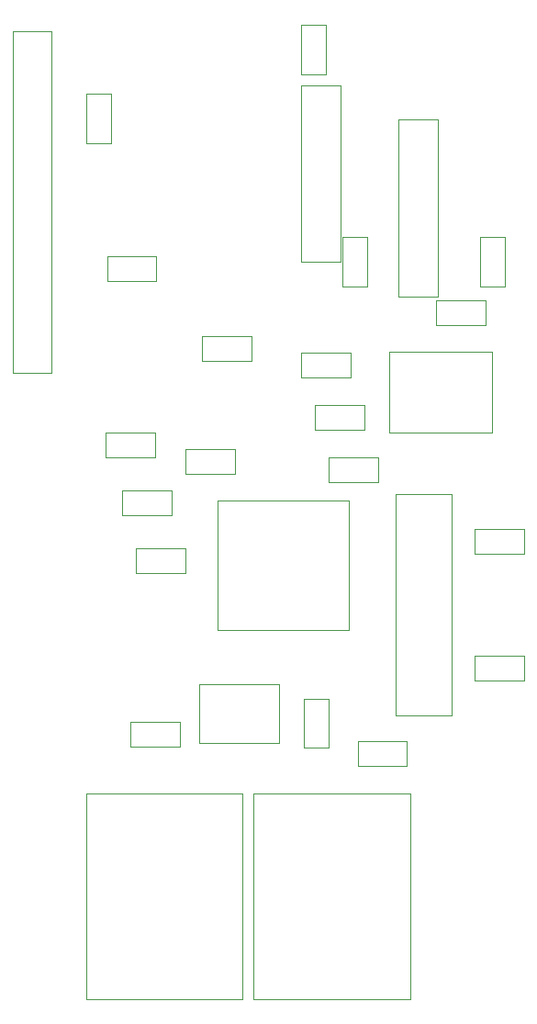
<source format=gbr>
G04 #@! TF.GenerationSoftware,KiCad,Pcbnew,(5.1.4)-1*
G04 #@! TF.CreationDate,2019-11-01T17:51:28+00:00*
G04 #@! TF.ProjectId,canbus_boiler_switch,63616e62-7573-45f6-926f-696c65725f73,rev?*
G04 #@! TF.SameCoordinates,Original*
G04 #@! TF.FileFunction,Other,User*
%FSLAX46Y46*%
G04 Gerber Fmt 4.6, Leading zero omitted, Abs format (unit mm)*
G04 Created by KiCad (PCBNEW (5.1.4)-1) date 2019-11-01 17:51:28*
%MOMM*%
%LPD*%
G04 APERTURE LIST*
%ADD10C,0.050000*%
G04 APERTURE END LIST*
D10*
X79650000Y-149500000D02*
X83250000Y-149500000D01*
X79650000Y-133200000D02*
X79650000Y-149500000D01*
X83250000Y-133200000D02*
X79650000Y-133200000D01*
X83250000Y-149500000D02*
X83250000Y-133200000D01*
X93532000Y-191302000D02*
X93532000Y-170902000D01*
X88332000Y-191302000D02*
X93532000Y-191302000D01*
X88332000Y-170902000D02*
X88332000Y-191302000D01*
X93532000Y-170902000D02*
X88332000Y-170902000D01*
X59780000Y-198484000D02*
X74200000Y-198484000D01*
X74200000Y-198484000D02*
X74200000Y-217484000D01*
X74200000Y-217484000D02*
X59780000Y-217484000D01*
X59780000Y-217484000D02*
X59780000Y-198484000D01*
X75250000Y-198484000D02*
X89670000Y-198484000D01*
X89670000Y-198484000D02*
X89670000Y-217484000D01*
X89670000Y-217484000D02*
X75250000Y-217484000D01*
X75250000Y-217484000D02*
X75250000Y-198484000D01*
X70214000Y-193835000D02*
X77614000Y-193835000D01*
X70214000Y-188435000D02*
X70214000Y-193835000D01*
X77614000Y-188435000D02*
X70214000Y-188435000D01*
X77614000Y-193835000D02*
X77614000Y-188435000D01*
X87758000Y-165008000D02*
X87758000Y-158008000D01*
X88008000Y-157758000D02*
X97008000Y-157758000D01*
X97258000Y-158008000D02*
X97258000Y-165008000D01*
X97008000Y-165258000D02*
X88008000Y-165258000D01*
X97258000Y-157758000D02*
X97008000Y-157758000D01*
X97258000Y-158008000D02*
X97258000Y-157758000D01*
X97258000Y-165258000D02*
X97008000Y-165258000D01*
X97258000Y-165008000D02*
X97258000Y-165258000D01*
X87758000Y-165258000D02*
X87758000Y-165008000D01*
X88008000Y-165258000D02*
X87758000Y-165258000D01*
X87758000Y-157758000D02*
X87758000Y-158008000D01*
X88008000Y-157758000D02*
X87758000Y-157758000D01*
X53064000Y-159748000D02*
X53064000Y-128248000D01*
X56614000Y-159748000D02*
X53064000Y-159748000D01*
X56614000Y-128248000D02*
X56614000Y-159748000D01*
X53064000Y-128248000D02*
X56614000Y-128248000D01*
X71958000Y-171538000D02*
X71958000Y-183398000D01*
X83998000Y-171538000D02*
X71958000Y-171538000D01*
X83998000Y-183398000D02*
X83998000Y-171538000D01*
X71958000Y-183398000D02*
X83998000Y-183398000D01*
X83462000Y-151756000D02*
X83462000Y-147196000D01*
X85702000Y-151756000D02*
X83462000Y-151756000D01*
X85702000Y-147196000D02*
X85702000Y-151756000D01*
X83462000Y-147196000D02*
X85702000Y-147196000D01*
X96162000Y-151756000D02*
X96162000Y-147196000D01*
X98402000Y-151756000D02*
X96162000Y-151756000D01*
X98402000Y-147196000D02*
X98402000Y-151756000D01*
X96162000Y-147196000D02*
X98402000Y-147196000D01*
X63884000Y-191920000D02*
X68444000Y-191920000D01*
X63884000Y-194160000D02*
X63884000Y-191920000D01*
X68444000Y-194160000D02*
X63884000Y-194160000D01*
X68444000Y-191920000D02*
X68444000Y-194160000D01*
X75048000Y-158600000D02*
X70488000Y-158600000D01*
X75048000Y-156360000D02*
X75048000Y-158600000D01*
X70488000Y-156360000D02*
X75048000Y-156360000D01*
X70488000Y-158600000D02*
X70488000Y-156360000D01*
X68952000Y-178158000D02*
X64392000Y-178158000D01*
X68952000Y-175918000D02*
X68952000Y-178158000D01*
X64392000Y-175918000D02*
X68952000Y-175918000D01*
X64392000Y-178158000D02*
X64392000Y-175918000D01*
X67682000Y-172824000D02*
X63122000Y-172824000D01*
X67682000Y-170584000D02*
X67682000Y-172824000D01*
X63122000Y-170584000D02*
X67682000Y-170584000D01*
X63122000Y-172824000D02*
X63122000Y-170584000D01*
X66158000Y-167490000D02*
X61598000Y-167490000D01*
X66158000Y-165250000D02*
X66158000Y-167490000D01*
X61598000Y-165250000D02*
X66158000Y-165250000D01*
X61598000Y-167490000D02*
X61598000Y-165250000D01*
X82172000Y-167536000D02*
X86732000Y-167536000D01*
X82172000Y-169776000D02*
X82172000Y-167536000D01*
X86732000Y-169776000D02*
X82172000Y-169776000D01*
X86732000Y-167536000D02*
X86732000Y-169776000D01*
X80908000Y-162710000D02*
X85468000Y-162710000D01*
X80908000Y-164950000D02*
X80908000Y-162710000D01*
X85468000Y-164950000D02*
X80908000Y-164950000D01*
X85468000Y-162710000D02*
X85468000Y-164950000D01*
X79638000Y-157884000D02*
X84198000Y-157884000D01*
X79638000Y-160124000D02*
X79638000Y-157884000D01*
X84198000Y-160124000D02*
X79638000Y-160124000D01*
X84198000Y-157884000D02*
X84198000Y-160124000D01*
X88624000Y-152676000D02*
X92224000Y-152676000D01*
X88624000Y-136376000D02*
X88624000Y-152676000D01*
X92224000Y-136376000D02*
X88624000Y-136376000D01*
X92224000Y-152676000D02*
X92224000Y-136376000D01*
X89402000Y-195938000D02*
X84842000Y-195938000D01*
X89402000Y-193698000D02*
X89402000Y-195938000D01*
X84842000Y-193698000D02*
X89402000Y-193698000D01*
X84842000Y-195938000D02*
X84842000Y-193698000D01*
X62080000Y-133988000D02*
X62080000Y-138548000D01*
X59840000Y-133988000D02*
X62080000Y-133988000D01*
X59840000Y-138548000D02*
X59840000Y-133988000D01*
X62080000Y-138548000D02*
X59840000Y-138548000D01*
X61728000Y-148994000D02*
X66288000Y-148994000D01*
X61728000Y-151234000D02*
X61728000Y-148994000D01*
X66288000Y-151234000D02*
X61728000Y-151234000D01*
X66288000Y-148994000D02*
X66288000Y-151234000D01*
X81892000Y-127638000D02*
X81892000Y-132198000D01*
X79652000Y-127638000D02*
X81892000Y-127638000D01*
X79652000Y-132198000D02*
X79652000Y-127638000D01*
X81892000Y-132198000D02*
X79652000Y-132198000D01*
X92078000Y-153058000D02*
X96638000Y-153058000D01*
X92078000Y-155298000D02*
X92078000Y-153058000D01*
X96638000Y-155298000D02*
X92078000Y-155298000D01*
X96638000Y-153058000D02*
X96638000Y-155298000D01*
X82146000Y-194304000D02*
X79906000Y-194304000D01*
X79906000Y-194304000D02*
X79906000Y-189744000D01*
X79906000Y-189744000D02*
X82146000Y-189744000D01*
X82146000Y-189744000D02*
X82146000Y-194304000D01*
X73524000Y-169014000D02*
X68964000Y-169014000D01*
X73524000Y-166774000D02*
X73524000Y-169014000D01*
X68964000Y-166774000D02*
X73524000Y-166774000D01*
X68964000Y-169014000D02*
X68964000Y-166774000D01*
X100200000Y-188064000D02*
X95640000Y-188064000D01*
X100200000Y-185824000D02*
X100200000Y-188064000D01*
X95640000Y-185824000D02*
X100200000Y-185824000D01*
X95640000Y-188064000D02*
X95640000Y-185824000D01*
X100200000Y-176380000D02*
X95640000Y-176380000D01*
X100200000Y-174140000D02*
X100200000Y-176380000D01*
X95640000Y-174140000D02*
X100200000Y-174140000D01*
X95640000Y-176380000D02*
X95640000Y-174140000D01*
M02*

</source>
